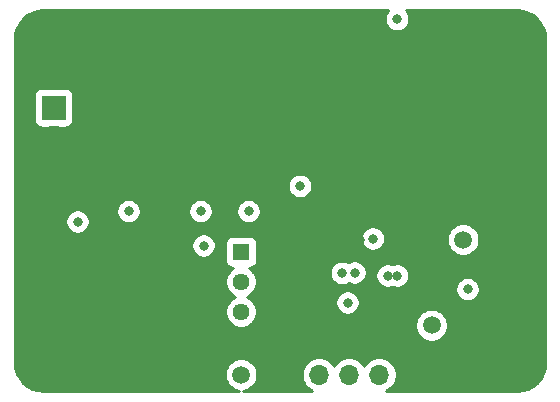
<source format=gbr>
%TF.GenerationSoftware,KiCad,Pcbnew,(5.1.6-0-10_14)*%
%TF.CreationDate,2021-11-26T22:59:46-06:00*%
%TF.ProjectId,EE514 Project,45453531-3420-4507-926f-6a6563742e6b,rev?*%
%TF.SameCoordinates,Original*%
%TF.FileFunction,Copper,L2,Inr*%
%TF.FilePolarity,Positive*%
%FSLAX46Y46*%
G04 Gerber Fmt 4.6, Leading zero omitted, Abs format (unit mm)*
G04 Created by KiCad (PCBNEW (5.1.6-0-10_14)) date 2021-11-26 22:59:46*
%MOMM*%
%LPD*%
G01*
G04 APERTURE LIST*
%TA.AperFunction,ViaPad*%
%ADD10O,1.700000X1.700000*%
%TD*%
%TA.AperFunction,ViaPad*%
%ADD11R,1.700000X1.700000*%
%TD*%
%TA.AperFunction,ViaPad*%
%ADD12C,0.700000*%
%TD*%
%TA.AperFunction,ViaPad*%
%ADD13C,4.400000*%
%TD*%
%TA.AperFunction,ViaPad*%
%ADD14C,1.500000*%
%TD*%
%TA.AperFunction,ViaPad*%
%ADD15R,1.440000X1.440000*%
%TD*%
%TA.AperFunction,ViaPad*%
%ADD16C,1.440000*%
%TD*%
%TA.AperFunction,ViaPad*%
%ADD17C,0.970000*%
%TD*%
%TA.AperFunction,ViaPad*%
%ADD18C,2.100000*%
%TD*%
%TA.AperFunction,ViaPad*%
%ADD19R,2.100000X2.100000*%
%TD*%
%TA.AperFunction,ViaPad*%
%ADD20C,0.800000*%
%TD*%
%TA.AperFunction,Conductor*%
%ADD21C,0.254000*%
%TD*%
G04 APERTURE END LIST*
D10*
%TO.N,/LE_PLL*%
%TO.C,J102*%
X153162000Y-124460000D03*
%TO.N,/DATA_PLL*%
X150622000Y-124460000D03*
%TO.N,/CLK_PLL*%
X148082000Y-124460000D03*
D11*
%TO.N,GND*%
X145542000Y-124460000D03*
%TD*%
D12*
%TO.N,GND*%
%TO.C,H104*%
X166012726Y-94845274D03*
X164846000Y-94362000D03*
X163679274Y-94845274D03*
X163196000Y-96012000D03*
X163679274Y-97178726D03*
X164846000Y-97662000D03*
X166012726Y-97178726D03*
X166496000Y-96012000D03*
D13*
X164846000Y-96012000D03*
%TD*%
D12*
%TO.N,GND*%
%TO.C,H103*%
X166012726Y-122277274D03*
X164846000Y-121794000D03*
X163679274Y-122277274D03*
X163196000Y-123444000D03*
X163679274Y-124610726D03*
X164846000Y-125094000D03*
X166012726Y-124610726D03*
X166496000Y-123444000D03*
D13*
X164846000Y-123444000D03*
%TD*%
D12*
%TO.N,GND*%
%TO.C,H102*%
X125880726Y-122277274D03*
X124714000Y-121794000D03*
X123547274Y-122277274D03*
X123064000Y-123444000D03*
X123547274Y-124610726D03*
X124714000Y-125094000D03*
X125880726Y-124610726D03*
X126364000Y-123444000D03*
D13*
X124714000Y-123444000D03*
%TD*%
D12*
%TO.N,GND*%
%TO.C,H101*%
X125880726Y-94845274D03*
X124714000Y-94362000D03*
X123547274Y-94845274D03*
X123064000Y-96012000D03*
X123547274Y-97178726D03*
X124714000Y-97662000D03*
X125880726Y-97178726D03*
X126364000Y-96012000D03*
D13*
X124714000Y-96012000D03*
%TD*%
D14*
%TO.N,/Reference Oscillator/10MHz_REF_OUT*%
%TO.C,TP201*%
X141478000Y-124460000D03*
%TD*%
%TO.N,/Vp*%
%TO.C,TP102*%
X157607000Y-120269000D03*
%TD*%
%TO.N,Net-(D102-Pad2)*%
%TO.C,TP101*%
X160274000Y-113030000D03*
%TD*%
D15*
%TO.N,/Reference Oscillator/10MHz_REF_OUT*%
%TO.C,RV201*%
X141478000Y-114046000D03*
D16*
X141478000Y-116586000D03*
%TO.N,Net-(R201-Pad1)*%
X141478000Y-119126000D03*
%TD*%
D17*
%TO.N,GND*%
%TO.C,J103*%
X161348000Y-100522000D03*
X161348000Y-109282000D03*
%TD*%
D18*
%TO.N,GND*%
%TO.C,J101*%
X125603000Y-104394000D03*
D19*
%TO.N,+5V*%
X125603000Y-101854000D03*
%TD*%
D20*
%TO.N,GND*%
X125476000Y-114681000D03*
X129921000Y-110617000D03*
X133985000Y-110617000D03*
X133096000Y-111506000D03*
X134239000Y-113538000D03*
X135255000Y-118373600D03*
X135636000Y-106553000D03*
X130175000Y-97536000D03*
X143510000Y-107569000D03*
X143510000Y-109601000D03*
X149479000Y-120269000D03*
X148809000Y-118491000D03*
X155194000Y-120269000D03*
X155090490Y-122324490D03*
X149455500Y-122404502D03*
X165227000Y-119507000D03*
X157988000Y-111379000D03*
X150495000Y-113030000D03*
X151537048Y-113044421D03*
X154584398Y-108839000D03*
X153441400Y-105079800D03*
X148463000Y-105816400D03*
X145288000Y-100431600D03*
X144754600Y-99491800D03*
X146608800Y-96723200D03*
X152527000Y-94894400D03*
X156057600Y-100431600D03*
X156591000Y-98171000D03*
X160426400Y-94488000D03*
%TO.N,+5V*%
X131953000Y-110617000D03*
X138049000Y-110617000D03*
X127635000Y-111506000D03*
X138303000Y-113538000D03*
X154701000Y-116063000D03*
X153885026Y-116063006D03*
X160655000Y-117221008D03*
X142113000Y-110617000D03*
X146454500Y-108481492D03*
%TO.N,/LE_PLL*%
X151098590Y-115820163D03*
%TO.N,/DATA_PLL*%
X150495000Y-118364000D03*
%TO.N,/CLK_PLL*%
X150019228Y-115839828D03*
%TO.N,/CP_OUT*%
X154686000Y-94361000D03*
X152630074Y-112934900D03*
%TD*%
D21*
%TO.N,GND*%
G36*
X153882063Y-93701226D02*
G01*
X153768795Y-93870744D01*
X153690774Y-94059102D01*
X153651000Y-94259061D01*
X153651000Y-94462939D01*
X153690774Y-94662898D01*
X153768795Y-94851256D01*
X153882063Y-95020774D01*
X154026226Y-95164937D01*
X154195744Y-95278205D01*
X154384102Y-95356226D01*
X154584061Y-95396000D01*
X154787939Y-95396000D01*
X154987898Y-95356226D01*
X155176256Y-95278205D01*
X155345774Y-95164937D01*
X155489937Y-95020774D01*
X155603205Y-94851256D01*
X155681226Y-94662898D01*
X155721000Y-94462939D01*
X155721000Y-94259061D01*
X155681226Y-94059102D01*
X155603205Y-93870744D01*
X155489937Y-93701226D01*
X155412711Y-93624000D01*
X164813721Y-93624000D01*
X165309216Y-93672584D01*
X165754793Y-93807112D01*
X166165746Y-94025620D01*
X166526434Y-94319788D01*
X166823119Y-94678419D01*
X167044491Y-95087838D01*
X167182126Y-95532465D01*
X167234000Y-96026011D01*
X167234001Y-123411711D01*
X167185416Y-123907216D01*
X167050890Y-124352790D01*
X166832382Y-124763745D01*
X166538209Y-125124436D01*
X166179581Y-125421119D01*
X165770162Y-125642491D01*
X165325535Y-125780126D01*
X164831990Y-125832000D01*
X153730190Y-125832000D01*
X153865411Y-125775990D01*
X154108632Y-125613475D01*
X154315475Y-125406632D01*
X154477990Y-125163411D01*
X154589932Y-124893158D01*
X154647000Y-124606260D01*
X154647000Y-124313740D01*
X154589932Y-124026842D01*
X154477990Y-123756589D01*
X154315475Y-123513368D01*
X154108632Y-123306525D01*
X153865411Y-123144010D01*
X153595158Y-123032068D01*
X153308260Y-122975000D01*
X153015740Y-122975000D01*
X152728842Y-123032068D01*
X152458589Y-123144010D01*
X152215368Y-123306525D01*
X152008525Y-123513368D01*
X151892000Y-123687760D01*
X151775475Y-123513368D01*
X151568632Y-123306525D01*
X151325411Y-123144010D01*
X151055158Y-123032068D01*
X150768260Y-122975000D01*
X150475740Y-122975000D01*
X150188842Y-123032068D01*
X149918589Y-123144010D01*
X149675368Y-123306525D01*
X149468525Y-123513368D01*
X149352000Y-123687760D01*
X149235475Y-123513368D01*
X149028632Y-123306525D01*
X148785411Y-123144010D01*
X148515158Y-123032068D01*
X148228260Y-122975000D01*
X147935740Y-122975000D01*
X147648842Y-123032068D01*
X147378589Y-123144010D01*
X147135368Y-123306525D01*
X146928525Y-123513368D01*
X146766010Y-123756589D01*
X146654068Y-124026842D01*
X146597000Y-124313740D01*
X146597000Y-124606260D01*
X146654068Y-124893158D01*
X146766010Y-125163411D01*
X146928525Y-125406632D01*
X147135368Y-125613475D01*
X147378589Y-125775990D01*
X147513810Y-125832000D01*
X141679766Y-125832000D01*
X141881989Y-125791775D01*
X142134043Y-125687371D01*
X142360886Y-125535799D01*
X142553799Y-125342886D01*
X142705371Y-125116043D01*
X142809775Y-124863989D01*
X142863000Y-124596411D01*
X142863000Y-124323589D01*
X142809775Y-124056011D01*
X142705371Y-123803957D01*
X142553799Y-123577114D01*
X142360886Y-123384201D01*
X142134043Y-123232629D01*
X141881989Y-123128225D01*
X141614411Y-123075000D01*
X141341589Y-123075000D01*
X141074011Y-123128225D01*
X140821957Y-123232629D01*
X140595114Y-123384201D01*
X140402201Y-123577114D01*
X140250629Y-123803957D01*
X140146225Y-124056011D01*
X140093000Y-124323589D01*
X140093000Y-124596411D01*
X140146225Y-124863989D01*
X140250629Y-125116043D01*
X140402201Y-125342886D01*
X140595114Y-125535799D01*
X140821957Y-125687371D01*
X141074011Y-125791775D01*
X141276234Y-125832000D01*
X124746279Y-125832000D01*
X124250784Y-125783416D01*
X123805210Y-125648890D01*
X123394255Y-125430382D01*
X123033564Y-125136209D01*
X122736881Y-124777581D01*
X122515509Y-124368162D01*
X122377874Y-123923535D01*
X122326000Y-123429990D01*
X122326000Y-113436061D01*
X137268000Y-113436061D01*
X137268000Y-113639939D01*
X137307774Y-113839898D01*
X137385795Y-114028256D01*
X137499063Y-114197774D01*
X137643226Y-114341937D01*
X137812744Y-114455205D01*
X138001102Y-114533226D01*
X138201061Y-114573000D01*
X138404939Y-114573000D01*
X138604898Y-114533226D01*
X138793256Y-114455205D01*
X138962774Y-114341937D01*
X139106937Y-114197774D01*
X139220205Y-114028256D01*
X139298226Y-113839898D01*
X139338000Y-113639939D01*
X139338000Y-113436061D01*
X139316108Y-113326000D01*
X140119928Y-113326000D01*
X140119928Y-114766000D01*
X140132188Y-114890482D01*
X140168498Y-115010180D01*
X140227463Y-115120494D01*
X140306815Y-115217185D01*
X140403506Y-115296537D01*
X140513820Y-115355502D01*
X140633518Y-115391812D01*
X140758000Y-115404072D01*
X140807945Y-115404072D01*
X140614238Y-115533503D01*
X140425503Y-115722238D01*
X140277215Y-115944167D01*
X140175072Y-116190761D01*
X140123000Y-116452544D01*
X140123000Y-116719456D01*
X140175072Y-116981239D01*
X140277215Y-117227833D01*
X140425503Y-117449762D01*
X140614238Y-117638497D01*
X140836167Y-117786785D01*
X141003266Y-117856000D01*
X140836167Y-117925215D01*
X140614238Y-118073503D01*
X140425503Y-118262238D01*
X140277215Y-118484167D01*
X140175072Y-118730761D01*
X140123000Y-118992544D01*
X140123000Y-119259456D01*
X140175072Y-119521239D01*
X140277215Y-119767833D01*
X140425503Y-119989762D01*
X140614238Y-120178497D01*
X140836167Y-120326785D01*
X141082761Y-120428928D01*
X141344544Y-120481000D01*
X141611456Y-120481000D01*
X141873239Y-120428928D01*
X142119833Y-120326785D01*
X142341762Y-120178497D01*
X142387670Y-120132589D01*
X156222000Y-120132589D01*
X156222000Y-120405411D01*
X156275225Y-120672989D01*
X156379629Y-120925043D01*
X156531201Y-121151886D01*
X156724114Y-121344799D01*
X156950957Y-121496371D01*
X157203011Y-121600775D01*
X157470589Y-121654000D01*
X157743411Y-121654000D01*
X158010989Y-121600775D01*
X158263043Y-121496371D01*
X158489886Y-121344799D01*
X158682799Y-121151886D01*
X158834371Y-120925043D01*
X158938775Y-120672989D01*
X158992000Y-120405411D01*
X158992000Y-120132589D01*
X158938775Y-119865011D01*
X158834371Y-119612957D01*
X158682799Y-119386114D01*
X158489886Y-119193201D01*
X158263043Y-119041629D01*
X158010989Y-118937225D01*
X157743411Y-118884000D01*
X157470589Y-118884000D01*
X157203011Y-118937225D01*
X156950957Y-119041629D01*
X156724114Y-119193201D01*
X156531201Y-119386114D01*
X156379629Y-119612957D01*
X156275225Y-119865011D01*
X156222000Y-120132589D01*
X142387670Y-120132589D01*
X142530497Y-119989762D01*
X142678785Y-119767833D01*
X142780928Y-119521239D01*
X142833000Y-119259456D01*
X142833000Y-118992544D01*
X142780928Y-118730761D01*
X142678785Y-118484167D01*
X142530497Y-118262238D01*
X142530320Y-118262061D01*
X149460000Y-118262061D01*
X149460000Y-118465939D01*
X149499774Y-118665898D01*
X149577795Y-118854256D01*
X149691063Y-119023774D01*
X149835226Y-119167937D01*
X150004744Y-119281205D01*
X150193102Y-119359226D01*
X150393061Y-119399000D01*
X150596939Y-119399000D01*
X150796898Y-119359226D01*
X150985256Y-119281205D01*
X151154774Y-119167937D01*
X151298937Y-119023774D01*
X151412205Y-118854256D01*
X151490226Y-118665898D01*
X151530000Y-118465939D01*
X151530000Y-118262061D01*
X151490226Y-118062102D01*
X151412205Y-117873744D01*
X151298937Y-117704226D01*
X151154774Y-117560063D01*
X150985256Y-117446795D01*
X150796898Y-117368774D01*
X150596939Y-117329000D01*
X150393061Y-117329000D01*
X150193102Y-117368774D01*
X150004744Y-117446795D01*
X149835226Y-117560063D01*
X149691063Y-117704226D01*
X149577795Y-117873744D01*
X149499774Y-118062102D01*
X149460000Y-118262061D01*
X142530320Y-118262061D01*
X142341762Y-118073503D01*
X142119833Y-117925215D01*
X141952734Y-117856000D01*
X142119833Y-117786785D01*
X142341762Y-117638497D01*
X142530497Y-117449762D01*
X142678785Y-117227833D01*
X142723836Y-117119069D01*
X159620000Y-117119069D01*
X159620000Y-117322947D01*
X159659774Y-117522906D01*
X159737795Y-117711264D01*
X159851063Y-117880782D01*
X159995226Y-118024945D01*
X160164744Y-118138213D01*
X160353102Y-118216234D01*
X160553061Y-118256008D01*
X160756939Y-118256008D01*
X160956898Y-118216234D01*
X161145256Y-118138213D01*
X161314774Y-118024945D01*
X161458937Y-117880782D01*
X161572205Y-117711264D01*
X161650226Y-117522906D01*
X161690000Y-117322947D01*
X161690000Y-117119069D01*
X161650226Y-116919110D01*
X161572205Y-116730752D01*
X161458937Y-116561234D01*
X161314774Y-116417071D01*
X161145256Y-116303803D01*
X160956898Y-116225782D01*
X160756939Y-116186008D01*
X160553061Y-116186008D01*
X160353102Y-116225782D01*
X160164744Y-116303803D01*
X159995226Y-116417071D01*
X159851063Y-116561234D01*
X159737795Y-116730752D01*
X159659774Y-116919110D01*
X159620000Y-117119069D01*
X142723836Y-117119069D01*
X142780928Y-116981239D01*
X142833000Y-116719456D01*
X142833000Y-116452544D01*
X142780928Y-116190761D01*
X142678785Y-115944167D01*
X142540955Y-115737889D01*
X148984228Y-115737889D01*
X148984228Y-115941767D01*
X149024002Y-116141726D01*
X149102023Y-116330084D01*
X149215291Y-116499602D01*
X149359454Y-116643765D01*
X149528972Y-116757033D01*
X149717330Y-116835054D01*
X149917289Y-116874828D01*
X150121167Y-116874828D01*
X150321126Y-116835054D01*
X150509484Y-116757033D01*
X150573624Y-116714176D01*
X150608334Y-116737368D01*
X150796692Y-116815389D01*
X150996651Y-116855163D01*
X151200529Y-116855163D01*
X151400488Y-116815389D01*
X151588846Y-116737368D01*
X151758364Y-116624100D01*
X151902527Y-116479937D01*
X152015795Y-116310419D01*
X152093816Y-116122061D01*
X152125839Y-115961067D01*
X152850026Y-115961067D01*
X152850026Y-116164945D01*
X152889800Y-116364904D01*
X152967821Y-116553262D01*
X153081089Y-116722780D01*
X153225252Y-116866943D01*
X153394770Y-116980211D01*
X153583128Y-117058232D01*
X153783087Y-117098006D01*
X153986965Y-117098006D01*
X154186924Y-117058232D01*
X154293020Y-117014285D01*
X154399102Y-117058226D01*
X154599061Y-117098000D01*
X154802939Y-117098000D01*
X155002898Y-117058226D01*
X155191256Y-116980205D01*
X155360774Y-116866937D01*
X155504937Y-116722774D01*
X155618205Y-116553256D01*
X155696226Y-116364898D01*
X155736000Y-116164939D01*
X155736000Y-115961061D01*
X155696226Y-115761102D01*
X155618205Y-115572744D01*
X155504937Y-115403226D01*
X155360774Y-115259063D01*
X155191256Y-115145795D01*
X155002898Y-115067774D01*
X154802939Y-115028000D01*
X154599061Y-115028000D01*
X154399102Y-115067774D01*
X154293006Y-115111721D01*
X154186924Y-115067780D01*
X153986965Y-115028006D01*
X153783087Y-115028006D01*
X153583128Y-115067780D01*
X153394770Y-115145801D01*
X153225252Y-115259069D01*
X153081089Y-115403232D01*
X152967821Y-115572750D01*
X152889800Y-115761108D01*
X152850026Y-115961067D01*
X152125839Y-115961067D01*
X152133590Y-115922102D01*
X152133590Y-115718224D01*
X152093816Y-115518265D01*
X152015795Y-115329907D01*
X151902527Y-115160389D01*
X151758364Y-115016226D01*
X151588846Y-114902958D01*
X151400488Y-114824937D01*
X151200529Y-114785163D01*
X150996651Y-114785163D01*
X150796692Y-114824937D01*
X150608334Y-114902958D01*
X150544194Y-114945815D01*
X150509484Y-114922623D01*
X150321126Y-114844602D01*
X150121167Y-114804828D01*
X149917289Y-114804828D01*
X149717330Y-114844602D01*
X149528972Y-114922623D01*
X149359454Y-115035891D01*
X149215291Y-115180054D01*
X149102023Y-115349572D01*
X149024002Y-115537930D01*
X148984228Y-115737889D01*
X142540955Y-115737889D01*
X142530497Y-115722238D01*
X142341762Y-115533503D01*
X142148055Y-115404072D01*
X142198000Y-115404072D01*
X142322482Y-115391812D01*
X142442180Y-115355502D01*
X142552494Y-115296537D01*
X142649185Y-115217185D01*
X142728537Y-115120494D01*
X142787502Y-115010180D01*
X142823812Y-114890482D01*
X142836072Y-114766000D01*
X142836072Y-113326000D01*
X142823812Y-113201518D01*
X142787502Y-113081820D01*
X142728537Y-112971506D01*
X142649185Y-112874815D01*
X142598186Y-112832961D01*
X151595074Y-112832961D01*
X151595074Y-113036839D01*
X151634848Y-113236798D01*
X151712869Y-113425156D01*
X151826137Y-113594674D01*
X151970300Y-113738837D01*
X152139818Y-113852105D01*
X152328176Y-113930126D01*
X152528135Y-113969900D01*
X152732013Y-113969900D01*
X152931972Y-113930126D01*
X153120330Y-113852105D01*
X153289848Y-113738837D01*
X153434011Y-113594674D01*
X153547279Y-113425156D01*
X153625300Y-113236798D01*
X153665074Y-113036839D01*
X153665074Y-112893589D01*
X158889000Y-112893589D01*
X158889000Y-113166411D01*
X158942225Y-113433989D01*
X159046629Y-113686043D01*
X159198201Y-113912886D01*
X159391114Y-114105799D01*
X159617957Y-114257371D01*
X159870011Y-114361775D01*
X160137589Y-114415000D01*
X160410411Y-114415000D01*
X160677989Y-114361775D01*
X160930043Y-114257371D01*
X161156886Y-114105799D01*
X161349799Y-113912886D01*
X161501371Y-113686043D01*
X161605775Y-113433989D01*
X161659000Y-113166411D01*
X161659000Y-112893589D01*
X161605775Y-112626011D01*
X161501371Y-112373957D01*
X161349799Y-112147114D01*
X161156886Y-111954201D01*
X160930043Y-111802629D01*
X160677989Y-111698225D01*
X160410411Y-111645000D01*
X160137589Y-111645000D01*
X159870011Y-111698225D01*
X159617957Y-111802629D01*
X159391114Y-111954201D01*
X159198201Y-112147114D01*
X159046629Y-112373957D01*
X158942225Y-112626011D01*
X158889000Y-112893589D01*
X153665074Y-112893589D01*
X153665074Y-112832961D01*
X153625300Y-112633002D01*
X153547279Y-112444644D01*
X153434011Y-112275126D01*
X153289848Y-112130963D01*
X153120330Y-112017695D01*
X152931972Y-111939674D01*
X152732013Y-111899900D01*
X152528135Y-111899900D01*
X152328176Y-111939674D01*
X152139818Y-112017695D01*
X151970300Y-112130963D01*
X151826137Y-112275126D01*
X151712869Y-112444644D01*
X151634848Y-112633002D01*
X151595074Y-112832961D01*
X142598186Y-112832961D01*
X142552494Y-112795463D01*
X142442180Y-112736498D01*
X142322482Y-112700188D01*
X142198000Y-112687928D01*
X140758000Y-112687928D01*
X140633518Y-112700188D01*
X140513820Y-112736498D01*
X140403506Y-112795463D01*
X140306815Y-112874815D01*
X140227463Y-112971506D01*
X140168498Y-113081820D01*
X140132188Y-113201518D01*
X140119928Y-113326000D01*
X139316108Y-113326000D01*
X139298226Y-113236102D01*
X139220205Y-113047744D01*
X139106937Y-112878226D01*
X138962774Y-112734063D01*
X138793256Y-112620795D01*
X138604898Y-112542774D01*
X138404939Y-112503000D01*
X138201061Y-112503000D01*
X138001102Y-112542774D01*
X137812744Y-112620795D01*
X137643226Y-112734063D01*
X137499063Y-112878226D01*
X137385795Y-113047744D01*
X137307774Y-113236102D01*
X137268000Y-113436061D01*
X122326000Y-113436061D01*
X122326000Y-111404061D01*
X126600000Y-111404061D01*
X126600000Y-111607939D01*
X126639774Y-111807898D01*
X126717795Y-111996256D01*
X126831063Y-112165774D01*
X126975226Y-112309937D01*
X127144744Y-112423205D01*
X127333102Y-112501226D01*
X127533061Y-112541000D01*
X127736939Y-112541000D01*
X127936898Y-112501226D01*
X128125256Y-112423205D01*
X128294774Y-112309937D01*
X128438937Y-112165774D01*
X128552205Y-111996256D01*
X128630226Y-111807898D01*
X128670000Y-111607939D01*
X128670000Y-111404061D01*
X128630226Y-111204102D01*
X128552205Y-111015744D01*
X128438937Y-110846226D01*
X128294774Y-110702063D01*
X128125256Y-110588795D01*
X127947248Y-110515061D01*
X130918000Y-110515061D01*
X130918000Y-110718939D01*
X130957774Y-110918898D01*
X131035795Y-111107256D01*
X131149063Y-111276774D01*
X131293226Y-111420937D01*
X131462744Y-111534205D01*
X131651102Y-111612226D01*
X131851061Y-111652000D01*
X132054939Y-111652000D01*
X132254898Y-111612226D01*
X132443256Y-111534205D01*
X132612774Y-111420937D01*
X132756937Y-111276774D01*
X132870205Y-111107256D01*
X132948226Y-110918898D01*
X132988000Y-110718939D01*
X132988000Y-110515061D01*
X137014000Y-110515061D01*
X137014000Y-110718939D01*
X137053774Y-110918898D01*
X137131795Y-111107256D01*
X137245063Y-111276774D01*
X137389226Y-111420937D01*
X137558744Y-111534205D01*
X137747102Y-111612226D01*
X137947061Y-111652000D01*
X138150939Y-111652000D01*
X138350898Y-111612226D01*
X138539256Y-111534205D01*
X138708774Y-111420937D01*
X138852937Y-111276774D01*
X138966205Y-111107256D01*
X139044226Y-110918898D01*
X139084000Y-110718939D01*
X139084000Y-110515061D01*
X141078000Y-110515061D01*
X141078000Y-110718939D01*
X141117774Y-110918898D01*
X141195795Y-111107256D01*
X141309063Y-111276774D01*
X141453226Y-111420937D01*
X141622744Y-111534205D01*
X141811102Y-111612226D01*
X142011061Y-111652000D01*
X142214939Y-111652000D01*
X142414898Y-111612226D01*
X142603256Y-111534205D01*
X142772774Y-111420937D01*
X142916937Y-111276774D01*
X143030205Y-111107256D01*
X143108226Y-110918898D01*
X143148000Y-110718939D01*
X143148000Y-110515061D01*
X143108226Y-110315102D01*
X143030205Y-110126744D01*
X142916937Y-109957226D01*
X142772774Y-109813063D01*
X142603256Y-109699795D01*
X142414898Y-109621774D01*
X142214939Y-109582000D01*
X142011061Y-109582000D01*
X141811102Y-109621774D01*
X141622744Y-109699795D01*
X141453226Y-109813063D01*
X141309063Y-109957226D01*
X141195795Y-110126744D01*
X141117774Y-110315102D01*
X141078000Y-110515061D01*
X139084000Y-110515061D01*
X139044226Y-110315102D01*
X138966205Y-110126744D01*
X138852937Y-109957226D01*
X138708774Y-109813063D01*
X138539256Y-109699795D01*
X138350898Y-109621774D01*
X138150939Y-109582000D01*
X137947061Y-109582000D01*
X137747102Y-109621774D01*
X137558744Y-109699795D01*
X137389226Y-109813063D01*
X137245063Y-109957226D01*
X137131795Y-110126744D01*
X137053774Y-110315102D01*
X137014000Y-110515061D01*
X132988000Y-110515061D01*
X132948226Y-110315102D01*
X132870205Y-110126744D01*
X132756937Y-109957226D01*
X132612774Y-109813063D01*
X132443256Y-109699795D01*
X132254898Y-109621774D01*
X132054939Y-109582000D01*
X131851061Y-109582000D01*
X131651102Y-109621774D01*
X131462744Y-109699795D01*
X131293226Y-109813063D01*
X131149063Y-109957226D01*
X131035795Y-110126744D01*
X130957774Y-110315102D01*
X130918000Y-110515061D01*
X127947248Y-110515061D01*
X127936898Y-110510774D01*
X127736939Y-110471000D01*
X127533061Y-110471000D01*
X127333102Y-110510774D01*
X127144744Y-110588795D01*
X126975226Y-110702063D01*
X126831063Y-110846226D01*
X126717795Y-111015744D01*
X126639774Y-111204102D01*
X126600000Y-111404061D01*
X122326000Y-111404061D01*
X122326000Y-108379553D01*
X145419500Y-108379553D01*
X145419500Y-108583431D01*
X145459274Y-108783390D01*
X145537295Y-108971748D01*
X145650563Y-109141266D01*
X145794726Y-109285429D01*
X145964244Y-109398697D01*
X146152602Y-109476718D01*
X146352561Y-109516492D01*
X146556439Y-109516492D01*
X146756398Y-109476718D01*
X146944756Y-109398697D01*
X147114274Y-109285429D01*
X147258437Y-109141266D01*
X147371705Y-108971748D01*
X147449726Y-108783390D01*
X147489500Y-108583431D01*
X147489500Y-108379553D01*
X147449726Y-108179594D01*
X147371705Y-107991236D01*
X147258437Y-107821718D01*
X147114274Y-107677555D01*
X146944756Y-107564287D01*
X146756398Y-107486266D01*
X146556439Y-107446492D01*
X146352561Y-107446492D01*
X146152602Y-107486266D01*
X145964244Y-107564287D01*
X145794726Y-107677555D01*
X145650563Y-107821718D01*
X145537295Y-107991236D01*
X145459274Y-108179594D01*
X145419500Y-108379553D01*
X122326000Y-108379553D01*
X122326000Y-100804000D01*
X123914928Y-100804000D01*
X123914928Y-102904000D01*
X123927188Y-103028482D01*
X123963498Y-103148180D01*
X124022463Y-103258494D01*
X124101815Y-103355185D01*
X124198506Y-103434537D01*
X124308820Y-103493502D01*
X124428518Y-103529812D01*
X124553000Y-103542072D01*
X126653000Y-103542072D01*
X126777482Y-103529812D01*
X126897180Y-103493502D01*
X127007494Y-103434537D01*
X127104185Y-103355185D01*
X127183537Y-103258494D01*
X127242502Y-103148180D01*
X127278812Y-103028482D01*
X127291072Y-102904000D01*
X127291072Y-100804000D01*
X127278812Y-100679518D01*
X127242502Y-100559820D01*
X127183537Y-100449506D01*
X127104185Y-100352815D01*
X127007494Y-100273463D01*
X126897180Y-100214498D01*
X126777482Y-100178188D01*
X126653000Y-100165928D01*
X124553000Y-100165928D01*
X124428518Y-100178188D01*
X124308820Y-100214498D01*
X124198506Y-100273463D01*
X124101815Y-100352815D01*
X124022463Y-100449506D01*
X123963498Y-100559820D01*
X123927188Y-100679518D01*
X123914928Y-100804000D01*
X122326000Y-100804000D01*
X122326000Y-96044279D01*
X122374584Y-95548784D01*
X122509112Y-95103207D01*
X122727620Y-94692254D01*
X123021788Y-94331566D01*
X123380419Y-94034881D01*
X123789838Y-93813509D01*
X124234465Y-93675874D01*
X124728011Y-93624000D01*
X153959289Y-93624000D01*
X153882063Y-93701226D01*
G37*
X153882063Y-93701226D02*
X153768795Y-93870744D01*
X153690774Y-94059102D01*
X153651000Y-94259061D01*
X153651000Y-94462939D01*
X153690774Y-94662898D01*
X153768795Y-94851256D01*
X153882063Y-95020774D01*
X154026226Y-95164937D01*
X154195744Y-95278205D01*
X154384102Y-95356226D01*
X154584061Y-95396000D01*
X154787939Y-95396000D01*
X154987898Y-95356226D01*
X155176256Y-95278205D01*
X155345774Y-95164937D01*
X155489937Y-95020774D01*
X155603205Y-94851256D01*
X155681226Y-94662898D01*
X155721000Y-94462939D01*
X155721000Y-94259061D01*
X155681226Y-94059102D01*
X155603205Y-93870744D01*
X155489937Y-93701226D01*
X155412711Y-93624000D01*
X164813721Y-93624000D01*
X165309216Y-93672584D01*
X165754793Y-93807112D01*
X166165746Y-94025620D01*
X166526434Y-94319788D01*
X166823119Y-94678419D01*
X167044491Y-95087838D01*
X167182126Y-95532465D01*
X167234000Y-96026011D01*
X167234001Y-123411711D01*
X167185416Y-123907216D01*
X167050890Y-124352790D01*
X166832382Y-124763745D01*
X166538209Y-125124436D01*
X166179581Y-125421119D01*
X165770162Y-125642491D01*
X165325535Y-125780126D01*
X164831990Y-125832000D01*
X153730190Y-125832000D01*
X153865411Y-125775990D01*
X154108632Y-125613475D01*
X154315475Y-125406632D01*
X154477990Y-125163411D01*
X154589932Y-124893158D01*
X154647000Y-124606260D01*
X154647000Y-124313740D01*
X154589932Y-124026842D01*
X154477990Y-123756589D01*
X154315475Y-123513368D01*
X154108632Y-123306525D01*
X153865411Y-123144010D01*
X153595158Y-123032068D01*
X153308260Y-122975000D01*
X153015740Y-122975000D01*
X152728842Y-123032068D01*
X152458589Y-123144010D01*
X152215368Y-123306525D01*
X152008525Y-123513368D01*
X151892000Y-123687760D01*
X151775475Y-123513368D01*
X151568632Y-123306525D01*
X151325411Y-123144010D01*
X151055158Y-123032068D01*
X150768260Y-122975000D01*
X150475740Y-122975000D01*
X150188842Y-123032068D01*
X149918589Y-123144010D01*
X149675368Y-123306525D01*
X149468525Y-123513368D01*
X149352000Y-123687760D01*
X149235475Y-123513368D01*
X149028632Y-123306525D01*
X148785411Y-123144010D01*
X148515158Y-123032068D01*
X148228260Y-122975000D01*
X147935740Y-122975000D01*
X147648842Y-123032068D01*
X147378589Y-123144010D01*
X147135368Y-123306525D01*
X146928525Y-123513368D01*
X146766010Y-123756589D01*
X146654068Y-124026842D01*
X146597000Y-124313740D01*
X146597000Y-124606260D01*
X146654068Y-124893158D01*
X146766010Y-125163411D01*
X146928525Y-125406632D01*
X147135368Y-125613475D01*
X147378589Y-125775990D01*
X147513810Y-125832000D01*
X141679766Y-125832000D01*
X141881989Y-125791775D01*
X142134043Y-125687371D01*
X142360886Y-125535799D01*
X142553799Y-125342886D01*
X142705371Y-125116043D01*
X142809775Y-124863989D01*
X142863000Y-124596411D01*
X142863000Y-124323589D01*
X142809775Y-124056011D01*
X142705371Y-123803957D01*
X142553799Y-123577114D01*
X142360886Y-123384201D01*
X142134043Y-123232629D01*
X141881989Y-123128225D01*
X141614411Y-123075000D01*
X141341589Y-123075000D01*
X141074011Y-123128225D01*
X140821957Y-123232629D01*
X140595114Y-123384201D01*
X140402201Y-123577114D01*
X140250629Y-123803957D01*
X140146225Y-124056011D01*
X140093000Y-124323589D01*
X140093000Y-124596411D01*
X140146225Y-124863989D01*
X140250629Y-125116043D01*
X140402201Y-125342886D01*
X140595114Y-125535799D01*
X140821957Y-125687371D01*
X141074011Y-125791775D01*
X141276234Y-125832000D01*
X124746279Y-125832000D01*
X124250784Y-125783416D01*
X123805210Y-125648890D01*
X123394255Y-125430382D01*
X123033564Y-125136209D01*
X122736881Y-124777581D01*
X122515509Y-124368162D01*
X122377874Y-123923535D01*
X122326000Y-123429990D01*
X122326000Y-113436061D01*
X137268000Y-113436061D01*
X137268000Y-113639939D01*
X137307774Y-113839898D01*
X137385795Y-114028256D01*
X137499063Y-114197774D01*
X137643226Y-114341937D01*
X137812744Y-114455205D01*
X138001102Y-114533226D01*
X138201061Y-114573000D01*
X138404939Y-114573000D01*
X138604898Y-114533226D01*
X138793256Y-114455205D01*
X138962774Y-114341937D01*
X139106937Y-114197774D01*
X139220205Y-114028256D01*
X139298226Y-113839898D01*
X139338000Y-113639939D01*
X139338000Y-113436061D01*
X139316108Y-113326000D01*
X140119928Y-113326000D01*
X140119928Y-114766000D01*
X140132188Y-114890482D01*
X140168498Y-115010180D01*
X140227463Y-115120494D01*
X140306815Y-115217185D01*
X140403506Y-115296537D01*
X140513820Y-115355502D01*
X140633518Y-115391812D01*
X140758000Y-115404072D01*
X140807945Y-115404072D01*
X140614238Y-115533503D01*
X140425503Y-115722238D01*
X140277215Y-115944167D01*
X140175072Y-116190761D01*
X140123000Y-116452544D01*
X140123000Y-116719456D01*
X140175072Y-116981239D01*
X140277215Y-117227833D01*
X140425503Y-117449762D01*
X140614238Y-117638497D01*
X140836167Y-117786785D01*
X141003266Y-117856000D01*
X140836167Y-117925215D01*
X140614238Y-118073503D01*
X140425503Y-118262238D01*
X140277215Y-118484167D01*
X140175072Y-118730761D01*
X140123000Y-118992544D01*
X140123000Y-119259456D01*
X140175072Y-119521239D01*
X140277215Y-119767833D01*
X140425503Y-119989762D01*
X140614238Y-120178497D01*
X140836167Y-120326785D01*
X141082761Y-120428928D01*
X141344544Y-120481000D01*
X141611456Y-120481000D01*
X141873239Y-120428928D01*
X142119833Y-120326785D01*
X142341762Y-120178497D01*
X142387670Y-120132589D01*
X156222000Y-120132589D01*
X156222000Y-120405411D01*
X156275225Y-120672989D01*
X156379629Y-120925043D01*
X156531201Y-121151886D01*
X156724114Y-121344799D01*
X156950957Y-121496371D01*
X157203011Y-121600775D01*
X157470589Y-121654000D01*
X157743411Y-121654000D01*
X158010989Y-121600775D01*
X158263043Y-121496371D01*
X158489886Y-121344799D01*
X158682799Y-121151886D01*
X158834371Y-120925043D01*
X158938775Y-120672989D01*
X158992000Y-120405411D01*
X158992000Y-120132589D01*
X158938775Y-119865011D01*
X158834371Y-119612957D01*
X158682799Y-119386114D01*
X158489886Y-119193201D01*
X158263043Y-119041629D01*
X158010989Y-118937225D01*
X157743411Y-118884000D01*
X157470589Y-118884000D01*
X157203011Y-118937225D01*
X156950957Y-119041629D01*
X156724114Y-119193201D01*
X156531201Y-119386114D01*
X156379629Y-119612957D01*
X156275225Y-119865011D01*
X156222000Y-120132589D01*
X142387670Y-120132589D01*
X142530497Y-119989762D01*
X142678785Y-119767833D01*
X142780928Y-119521239D01*
X142833000Y-119259456D01*
X142833000Y-118992544D01*
X142780928Y-118730761D01*
X142678785Y-118484167D01*
X142530497Y-118262238D01*
X142530320Y-118262061D01*
X149460000Y-118262061D01*
X149460000Y-118465939D01*
X149499774Y-118665898D01*
X149577795Y-118854256D01*
X149691063Y-119023774D01*
X149835226Y-119167937D01*
X150004744Y-119281205D01*
X150193102Y-119359226D01*
X150393061Y-119399000D01*
X150596939Y-119399000D01*
X150796898Y-119359226D01*
X150985256Y-119281205D01*
X151154774Y-119167937D01*
X151298937Y-119023774D01*
X151412205Y-118854256D01*
X151490226Y-118665898D01*
X151530000Y-118465939D01*
X151530000Y-118262061D01*
X151490226Y-118062102D01*
X151412205Y-117873744D01*
X151298937Y-117704226D01*
X151154774Y-117560063D01*
X150985256Y-117446795D01*
X150796898Y-117368774D01*
X150596939Y-117329000D01*
X150393061Y-117329000D01*
X150193102Y-117368774D01*
X150004744Y-117446795D01*
X149835226Y-117560063D01*
X149691063Y-117704226D01*
X149577795Y-117873744D01*
X149499774Y-118062102D01*
X149460000Y-118262061D01*
X142530320Y-118262061D01*
X142341762Y-118073503D01*
X142119833Y-117925215D01*
X141952734Y-117856000D01*
X142119833Y-117786785D01*
X142341762Y-117638497D01*
X142530497Y-117449762D01*
X142678785Y-117227833D01*
X142723836Y-117119069D01*
X159620000Y-117119069D01*
X159620000Y-117322947D01*
X159659774Y-117522906D01*
X159737795Y-117711264D01*
X159851063Y-117880782D01*
X159995226Y-118024945D01*
X160164744Y-118138213D01*
X160353102Y-118216234D01*
X160553061Y-118256008D01*
X160756939Y-118256008D01*
X160956898Y-118216234D01*
X161145256Y-118138213D01*
X161314774Y-118024945D01*
X161458937Y-117880782D01*
X161572205Y-117711264D01*
X161650226Y-117522906D01*
X161690000Y-117322947D01*
X161690000Y-117119069D01*
X161650226Y-116919110D01*
X161572205Y-116730752D01*
X161458937Y-116561234D01*
X161314774Y-116417071D01*
X161145256Y-116303803D01*
X160956898Y-116225782D01*
X160756939Y-116186008D01*
X160553061Y-116186008D01*
X160353102Y-116225782D01*
X160164744Y-116303803D01*
X159995226Y-116417071D01*
X159851063Y-116561234D01*
X159737795Y-116730752D01*
X159659774Y-116919110D01*
X159620000Y-117119069D01*
X142723836Y-117119069D01*
X142780928Y-116981239D01*
X142833000Y-116719456D01*
X142833000Y-116452544D01*
X142780928Y-116190761D01*
X142678785Y-115944167D01*
X142540955Y-115737889D01*
X148984228Y-115737889D01*
X148984228Y-115941767D01*
X149024002Y-116141726D01*
X149102023Y-116330084D01*
X149215291Y-116499602D01*
X149359454Y-116643765D01*
X149528972Y-116757033D01*
X149717330Y-116835054D01*
X149917289Y-116874828D01*
X150121167Y-116874828D01*
X150321126Y-116835054D01*
X150509484Y-116757033D01*
X150573624Y-116714176D01*
X150608334Y-116737368D01*
X150796692Y-116815389D01*
X150996651Y-116855163D01*
X151200529Y-116855163D01*
X151400488Y-116815389D01*
X151588846Y-116737368D01*
X151758364Y-116624100D01*
X151902527Y-116479937D01*
X152015795Y-116310419D01*
X152093816Y-116122061D01*
X152125839Y-115961067D01*
X152850026Y-115961067D01*
X152850026Y-116164945D01*
X152889800Y-116364904D01*
X152967821Y-116553262D01*
X153081089Y-116722780D01*
X153225252Y-116866943D01*
X153394770Y-116980211D01*
X153583128Y-117058232D01*
X153783087Y-117098006D01*
X153986965Y-117098006D01*
X154186924Y-117058232D01*
X154293020Y-117014285D01*
X154399102Y-117058226D01*
X154599061Y-117098000D01*
X154802939Y-117098000D01*
X155002898Y-117058226D01*
X155191256Y-116980205D01*
X155360774Y-116866937D01*
X155504937Y-116722774D01*
X155618205Y-116553256D01*
X155696226Y-116364898D01*
X155736000Y-116164939D01*
X155736000Y-115961061D01*
X155696226Y-115761102D01*
X155618205Y-115572744D01*
X155504937Y-115403226D01*
X155360774Y-115259063D01*
X155191256Y-115145795D01*
X155002898Y-115067774D01*
X154802939Y-115028000D01*
X154599061Y-115028000D01*
X154399102Y-115067774D01*
X154293006Y-115111721D01*
X154186924Y-115067780D01*
X153986965Y-115028006D01*
X153783087Y-115028006D01*
X153583128Y-115067780D01*
X153394770Y-115145801D01*
X153225252Y-115259069D01*
X153081089Y-115403232D01*
X152967821Y-115572750D01*
X152889800Y-115761108D01*
X152850026Y-115961067D01*
X152125839Y-115961067D01*
X152133590Y-115922102D01*
X152133590Y-115718224D01*
X152093816Y-115518265D01*
X152015795Y-115329907D01*
X151902527Y-115160389D01*
X151758364Y-115016226D01*
X151588846Y-114902958D01*
X151400488Y-114824937D01*
X151200529Y-114785163D01*
X150996651Y-114785163D01*
X150796692Y-114824937D01*
X150608334Y-114902958D01*
X150544194Y-114945815D01*
X150509484Y-114922623D01*
X150321126Y-114844602D01*
X150121167Y-114804828D01*
X149917289Y-114804828D01*
X149717330Y-114844602D01*
X149528972Y-114922623D01*
X149359454Y-115035891D01*
X149215291Y-115180054D01*
X149102023Y-115349572D01*
X149024002Y-115537930D01*
X148984228Y-115737889D01*
X142540955Y-115737889D01*
X142530497Y-115722238D01*
X142341762Y-115533503D01*
X142148055Y-115404072D01*
X142198000Y-115404072D01*
X142322482Y-115391812D01*
X142442180Y-115355502D01*
X142552494Y-115296537D01*
X142649185Y-115217185D01*
X142728537Y-115120494D01*
X142787502Y-115010180D01*
X142823812Y-114890482D01*
X142836072Y-114766000D01*
X142836072Y-113326000D01*
X142823812Y-113201518D01*
X142787502Y-113081820D01*
X142728537Y-112971506D01*
X142649185Y-112874815D01*
X142598186Y-112832961D01*
X151595074Y-112832961D01*
X151595074Y-113036839D01*
X151634848Y-113236798D01*
X151712869Y-113425156D01*
X151826137Y-113594674D01*
X151970300Y-113738837D01*
X152139818Y-113852105D01*
X152328176Y-113930126D01*
X152528135Y-113969900D01*
X152732013Y-113969900D01*
X152931972Y-113930126D01*
X153120330Y-113852105D01*
X153289848Y-113738837D01*
X153434011Y-113594674D01*
X153547279Y-113425156D01*
X153625300Y-113236798D01*
X153665074Y-113036839D01*
X153665074Y-112893589D01*
X158889000Y-112893589D01*
X158889000Y-113166411D01*
X158942225Y-113433989D01*
X159046629Y-113686043D01*
X159198201Y-113912886D01*
X159391114Y-114105799D01*
X159617957Y-114257371D01*
X159870011Y-114361775D01*
X160137589Y-114415000D01*
X160410411Y-114415000D01*
X160677989Y-114361775D01*
X160930043Y-114257371D01*
X161156886Y-114105799D01*
X161349799Y-113912886D01*
X161501371Y-113686043D01*
X161605775Y-113433989D01*
X161659000Y-113166411D01*
X161659000Y-112893589D01*
X161605775Y-112626011D01*
X161501371Y-112373957D01*
X161349799Y-112147114D01*
X161156886Y-111954201D01*
X160930043Y-111802629D01*
X160677989Y-111698225D01*
X160410411Y-111645000D01*
X160137589Y-111645000D01*
X159870011Y-111698225D01*
X159617957Y-111802629D01*
X159391114Y-111954201D01*
X159198201Y-112147114D01*
X159046629Y-112373957D01*
X158942225Y-112626011D01*
X158889000Y-112893589D01*
X153665074Y-112893589D01*
X153665074Y-112832961D01*
X153625300Y-112633002D01*
X153547279Y-112444644D01*
X153434011Y-112275126D01*
X153289848Y-112130963D01*
X153120330Y-112017695D01*
X152931972Y-111939674D01*
X152732013Y-111899900D01*
X152528135Y-111899900D01*
X152328176Y-111939674D01*
X152139818Y-112017695D01*
X151970300Y-112130963D01*
X151826137Y-112275126D01*
X151712869Y-112444644D01*
X151634848Y-112633002D01*
X151595074Y-112832961D01*
X142598186Y-112832961D01*
X142552494Y-112795463D01*
X142442180Y-112736498D01*
X142322482Y-112700188D01*
X142198000Y-112687928D01*
X140758000Y-112687928D01*
X140633518Y-112700188D01*
X140513820Y-112736498D01*
X140403506Y-112795463D01*
X140306815Y-112874815D01*
X140227463Y-112971506D01*
X140168498Y-113081820D01*
X140132188Y-113201518D01*
X140119928Y-113326000D01*
X139316108Y-113326000D01*
X139298226Y-113236102D01*
X139220205Y-113047744D01*
X139106937Y-112878226D01*
X138962774Y-112734063D01*
X138793256Y-112620795D01*
X138604898Y-112542774D01*
X138404939Y-112503000D01*
X138201061Y-112503000D01*
X138001102Y-112542774D01*
X137812744Y-112620795D01*
X137643226Y-112734063D01*
X137499063Y-112878226D01*
X137385795Y-113047744D01*
X137307774Y-113236102D01*
X137268000Y-113436061D01*
X122326000Y-113436061D01*
X122326000Y-111404061D01*
X126600000Y-111404061D01*
X126600000Y-111607939D01*
X126639774Y-111807898D01*
X126717795Y-111996256D01*
X126831063Y-112165774D01*
X126975226Y-112309937D01*
X127144744Y-112423205D01*
X127333102Y-112501226D01*
X127533061Y-112541000D01*
X127736939Y-112541000D01*
X127936898Y-112501226D01*
X128125256Y-112423205D01*
X128294774Y-112309937D01*
X128438937Y-112165774D01*
X128552205Y-111996256D01*
X128630226Y-111807898D01*
X128670000Y-111607939D01*
X128670000Y-111404061D01*
X128630226Y-111204102D01*
X128552205Y-111015744D01*
X128438937Y-110846226D01*
X128294774Y-110702063D01*
X128125256Y-110588795D01*
X127947248Y-110515061D01*
X130918000Y-110515061D01*
X130918000Y-110718939D01*
X130957774Y-110918898D01*
X131035795Y-111107256D01*
X131149063Y-111276774D01*
X131293226Y-111420937D01*
X131462744Y-111534205D01*
X131651102Y-111612226D01*
X131851061Y-111652000D01*
X132054939Y-111652000D01*
X132254898Y-111612226D01*
X132443256Y-111534205D01*
X132612774Y-111420937D01*
X132756937Y-111276774D01*
X132870205Y-111107256D01*
X132948226Y-110918898D01*
X132988000Y-110718939D01*
X132988000Y-110515061D01*
X137014000Y-110515061D01*
X137014000Y-110718939D01*
X137053774Y-110918898D01*
X137131795Y-111107256D01*
X137245063Y-111276774D01*
X137389226Y-111420937D01*
X137558744Y-111534205D01*
X137747102Y-111612226D01*
X137947061Y-111652000D01*
X138150939Y-111652000D01*
X138350898Y-111612226D01*
X138539256Y-111534205D01*
X138708774Y-111420937D01*
X138852937Y-111276774D01*
X138966205Y-111107256D01*
X139044226Y-110918898D01*
X139084000Y-110718939D01*
X139084000Y-110515061D01*
X141078000Y-110515061D01*
X141078000Y-110718939D01*
X141117774Y-110918898D01*
X141195795Y-111107256D01*
X141309063Y-111276774D01*
X141453226Y-111420937D01*
X141622744Y-111534205D01*
X141811102Y-111612226D01*
X142011061Y-111652000D01*
X142214939Y-111652000D01*
X142414898Y-111612226D01*
X142603256Y-111534205D01*
X142772774Y-111420937D01*
X142916937Y-111276774D01*
X143030205Y-111107256D01*
X143108226Y-110918898D01*
X143148000Y-110718939D01*
X143148000Y-110515061D01*
X143108226Y-110315102D01*
X143030205Y-110126744D01*
X142916937Y-109957226D01*
X142772774Y-109813063D01*
X142603256Y-109699795D01*
X142414898Y-109621774D01*
X142214939Y-109582000D01*
X142011061Y-109582000D01*
X141811102Y-109621774D01*
X141622744Y-109699795D01*
X141453226Y-109813063D01*
X141309063Y-109957226D01*
X141195795Y-110126744D01*
X141117774Y-110315102D01*
X141078000Y-110515061D01*
X139084000Y-110515061D01*
X139044226Y-110315102D01*
X138966205Y-110126744D01*
X138852937Y-109957226D01*
X138708774Y-109813063D01*
X138539256Y-109699795D01*
X138350898Y-109621774D01*
X138150939Y-109582000D01*
X137947061Y-109582000D01*
X137747102Y-109621774D01*
X137558744Y-109699795D01*
X137389226Y-109813063D01*
X137245063Y-109957226D01*
X137131795Y-110126744D01*
X137053774Y-110315102D01*
X137014000Y-110515061D01*
X132988000Y-110515061D01*
X132948226Y-110315102D01*
X132870205Y-110126744D01*
X132756937Y-109957226D01*
X132612774Y-109813063D01*
X132443256Y-109699795D01*
X132254898Y-109621774D01*
X132054939Y-109582000D01*
X131851061Y-109582000D01*
X131651102Y-109621774D01*
X131462744Y-109699795D01*
X131293226Y-109813063D01*
X131149063Y-109957226D01*
X131035795Y-110126744D01*
X130957774Y-110315102D01*
X130918000Y-110515061D01*
X127947248Y-110515061D01*
X127936898Y-110510774D01*
X127736939Y-110471000D01*
X127533061Y-110471000D01*
X127333102Y-110510774D01*
X127144744Y-110588795D01*
X126975226Y-110702063D01*
X126831063Y-110846226D01*
X126717795Y-111015744D01*
X126639774Y-111204102D01*
X126600000Y-111404061D01*
X122326000Y-111404061D01*
X122326000Y-108379553D01*
X145419500Y-108379553D01*
X145419500Y-108583431D01*
X145459274Y-108783390D01*
X145537295Y-108971748D01*
X145650563Y-109141266D01*
X145794726Y-109285429D01*
X145964244Y-109398697D01*
X146152602Y-109476718D01*
X146352561Y-109516492D01*
X146556439Y-109516492D01*
X146756398Y-109476718D01*
X146944756Y-109398697D01*
X147114274Y-109285429D01*
X147258437Y-109141266D01*
X147371705Y-108971748D01*
X147449726Y-108783390D01*
X147489500Y-108583431D01*
X147489500Y-108379553D01*
X147449726Y-108179594D01*
X147371705Y-107991236D01*
X147258437Y-107821718D01*
X147114274Y-107677555D01*
X146944756Y-107564287D01*
X146756398Y-107486266D01*
X146556439Y-107446492D01*
X146352561Y-107446492D01*
X146152602Y-107486266D01*
X145964244Y-107564287D01*
X145794726Y-107677555D01*
X145650563Y-107821718D01*
X145537295Y-107991236D01*
X145459274Y-108179594D01*
X145419500Y-108379553D01*
X122326000Y-108379553D01*
X122326000Y-100804000D01*
X123914928Y-100804000D01*
X123914928Y-102904000D01*
X123927188Y-103028482D01*
X123963498Y-103148180D01*
X124022463Y-103258494D01*
X124101815Y-103355185D01*
X124198506Y-103434537D01*
X124308820Y-103493502D01*
X124428518Y-103529812D01*
X124553000Y-103542072D01*
X126653000Y-103542072D01*
X126777482Y-103529812D01*
X126897180Y-103493502D01*
X127007494Y-103434537D01*
X127104185Y-103355185D01*
X127183537Y-103258494D01*
X127242502Y-103148180D01*
X127278812Y-103028482D01*
X127291072Y-102904000D01*
X127291072Y-100804000D01*
X127278812Y-100679518D01*
X127242502Y-100559820D01*
X127183537Y-100449506D01*
X127104185Y-100352815D01*
X127007494Y-100273463D01*
X126897180Y-100214498D01*
X126777482Y-100178188D01*
X126653000Y-100165928D01*
X124553000Y-100165928D01*
X124428518Y-100178188D01*
X124308820Y-100214498D01*
X124198506Y-100273463D01*
X124101815Y-100352815D01*
X124022463Y-100449506D01*
X123963498Y-100559820D01*
X123927188Y-100679518D01*
X123914928Y-100804000D01*
X122326000Y-100804000D01*
X122326000Y-96044279D01*
X122374584Y-95548784D01*
X122509112Y-95103207D01*
X122727620Y-94692254D01*
X123021788Y-94331566D01*
X123380419Y-94034881D01*
X123789838Y-93813509D01*
X124234465Y-93675874D01*
X124728011Y-93624000D01*
X153959289Y-93624000D01*
X153882063Y-93701226D01*
%TD*%
M02*

</source>
